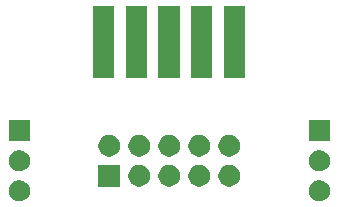
<source format=gts>
G04 #@! TF.GenerationSoftware,KiCad,Pcbnew,(5.1.5)-3*
G04 #@! TF.CreationDate,2020-12-10T23:53:19+01:00*
G04 #@! TF.ProjectId,SMS Adapter,534d5320-4164-4617-9074-65722e6b6963,rev?*
G04 #@! TF.SameCoordinates,Original*
G04 #@! TF.FileFunction,Soldermask,Top*
G04 #@! TF.FilePolarity,Negative*
%FSLAX46Y46*%
G04 Gerber Fmt 4.6, Leading zero omitted, Abs format (unit mm)*
G04 Created by KiCad (PCBNEW (5.1.5)-3) date 2020-12-10 23:53:19*
%MOMM*%
%LPD*%
G04 APERTURE LIST*
%ADD10C,0.100000*%
G04 APERTURE END LIST*
D10*
G36*
X155053512Y-89908927D02*
G01*
X155202812Y-89938624D01*
X155366784Y-90006544D01*
X155514354Y-90105147D01*
X155639853Y-90230646D01*
X155738456Y-90378216D01*
X155806376Y-90542188D01*
X155841000Y-90716259D01*
X155841000Y-90893741D01*
X155806376Y-91067812D01*
X155738456Y-91231784D01*
X155639853Y-91379354D01*
X155514354Y-91504853D01*
X155366784Y-91603456D01*
X155202812Y-91671376D01*
X155053512Y-91701073D01*
X155028742Y-91706000D01*
X154851258Y-91706000D01*
X154826488Y-91701073D01*
X154677188Y-91671376D01*
X154513216Y-91603456D01*
X154365646Y-91504853D01*
X154240147Y-91379354D01*
X154141544Y-91231784D01*
X154073624Y-91067812D01*
X154039000Y-90893741D01*
X154039000Y-90716259D01*
X154073624Y-90542188D01*
X154141544Y-90378216D01*
X154240147Y-90230646D01*
X154365646Y-90105147D01*
X154513216Y-90006544D01*
X154677188Y-89938624D01*
X154826488Y-89908927D01*
X154851258Y-89904000D01*
X155028742Y-89904000D01*
X155053512Y-89908927D01*
G37*
G36*
X129653512Y-89908927D02*
G01*
X129802812Y-89938624D01*
X129966784Y-90006544D01*
X130114354Y-90105147D01*
X130239853Y-90230646D01*
X130338456Y-90378216D01*
X130406376Y-90542188D01*
X130441000Y-90716259D01*
X130441000Y-90893741D01*
X130406376Y-91067812D01*
X130338456Y-91231784D01*
X130239853Y-91379354D01*
X130114354Y-91504853D01*
X129966784Y-91603456D01*
X129802812Y-91671376D01*
X129653512Y-91701073D01*
X129628742Y-91706000D01*
X129451258Y-91706000D01*
X129426488Y-91701073D01*
X129277188Y-91671376D01*
X129113216Y-91603456D01*
X128965646Y-91504853D01*
X128840147Y-91379354D01*
X128741544Y-91231784D01*
X128673624Y-91067812D01*
X128639000Y-90893741D01*
X128639000Y-90716259D01*
X128673624Y-90542188D01*
X128741544Y-90378216D01*
X128840147Y-90230646D01*
X128965646Y-90105147D01*
X129113216Y-90006544D01*
X129277188Y-89938624D01*
X129426488Y-89908927D01*
X129451258Y-89904000D01*
X129628742Y-89904000D01*
X129653512Y-89908927D01*
G37*
G36*
X139966778Y-88655547D02*
G01*
X140133224Y-88724491D01*
X140283022Y-88824583D01*
X140410417Y-88951978D01*
X140510509Y-89101776D01*
X140579453Y-89268222D01*
X140614600Y-89444918D01*
X140614600Y-89625082D01*
X140579453Y-89801778D01*
X140510509Y-89968224D01*
X140410417Y-90118022D01*
X140283022Y-90245417D01*
X140133224Y-90345509D01*
X139966778Y-90414453D01*
X139790082Y-90449600D01*
X139609918Y-90449600D01*
X139433222Y-90414453D01*
X139266776Y-90345509D01*
X139116978Y-90245417D01*
X138989583Y-90118022D01*
X138889491Y-89968224D01*
X138820547Y-89801778D01*
X138785400Y-89625082D01*
X138785400Y-89444918D01*
X138820547Y-89268222D01*
X138889491Y-89101776D01*
X138989583Y-88951978D01*
X139116978Y-88824583D01*
X139266776Y-88724491D01*
X139433222Y-88655547D01*
X139609918Y-88620400D01*
X139790082Y-88620400D01*
X139966778Y-88655547D01*
G37*
G36*
X147586778Y-88655547D02*
G01*
X147753224Y-88724491D01*
X147903022Y-88824583D01*
X148030417Y-88951978D01*
X148130509Y-89101776D01*
X148199453Y-89268222D01*
X148234600Y-89444918D01*
X148234600Y-89625082D01*
X148199453Y-89801778D01*
X148130509Y-89968224D01*
X148030417Y-90118022D01*
X147903022Y-90245417D01*
X147753224Y-90345509D01*
X147586778Y-90414453D01*
X147410082Y-90449600D01*
X147229918Y-90449600D01*
X147053222Y-90414453D01*
X146886776Y-90345509D01*
X146736978Y-90245417D01*
X146609583Y-90118022D01*
X146509491Y-89968224D01*
X146440547Y-89801778D01*
X146405400Y-89625082D01*
X146405400Y-89444918D01*
X146440547Y-89268222D01*
X146509491Y-89101776D01*
X146609583Y-88951978D01*
X146736978Y-88824583D01*
X146886776Y-88724491D01*
X147053222Y-88655547D01*
X147229918Y-88620400D01*
X147410082Y-88620400D01*
X147586778Y-88655547D01*
G37*
G36*
X145046778Y-88655547D02*
G01*
X145213224Y-88724491D01*
X145363022Y-88824583D01*
X145490417Y-88951978D01*
X145590509Y-89101776D01*
X145659453Y-89268222D01*
X145694600Y-89444918D01*
X145694600Y-89625082D01*
X145659453Y-89801778D01*
X145590509Y-89968224D01*
X145490417Y-90118022D01*
X145363022Y-90245417D01*
X145213224Y-90345509D01*
X145046778Y-90414453D01*
X144870082Y-90449600D01*
X144689918Y-90449600D01*
X144513222Y-90414453D01*
X144346776Y-90345509D01*
X144196978Y-90245417D01*
X144069583Y-90118022D01*
X143969491Y-89968224D01*
X143900547Y-89801778D01*
X143865400Y-89625082D01*
X143865400Y-89444918D01*
X143900547Y-89268222D01*
X143969491Y-89101776D01*
X144069583Y-88951978D01*
X144196978Y-88824583D01*
X144346776Y-88724491D01*
X144513222Y-88655547D01*
X144689918Y-88620400D01*
X144870082Y-88620400D01*
X145046778Y-88655547D01*
G37*
G36*
X142506778Y-88655547D02*
G01*
X142673224Y-88724491D01*
X142823022Y-88824583D01*
X142950417Y-88951978D01*
X143050509Y-89101776D01*
X143119453Y-89268222D01*
X143154600Y-89444918D01*
X143154600Y-89625082D01*
X143119453Y-89801778D01*
X143050509Y-89968224D01*
X142950417Y-90118022D01*
X142823022Y-90245417D01*
X142673224Y-90345509D01*
X142506778Y-90414453D01*
X142330082Y-90449600D01*
X142149918Y-90449600D01*
X141973222Y-90414453D01*
X141806776Y-90345509D01*
X141656978Y-90245417D01*
X141529583Y-90118022D01*
X141429491Y-89968224D01*
X141360547Y-89801778D01*
X141325400Y-89625082D01*
X141325400Y-89444918D01*
X141360547Y-89268222D01*
X141429491Y-89101776D01*
X141529583Y-88951978D01*
X141656978Y-88824583D01*
X141806776Y-88724491D01*
X141973222Y-88655547D01*
X142149918Y-88620400D01*
X142330082Y-88620400D01*
X142506778Y-88655547D01*
G37*
G36*
X138074600Y-90449600D02*
G01*
X136245400Y-90449600D01*
X136245400Y-88620400D01*
X138074600Y-88620400D01*
X138074600Y-90449600D01*
G37*
G36*
X129653512Y-87368927D02*
G01*
X129802812Y-87398624D01*
X129966784Y-87466544D01*
X130114354Y-87565147D01*
X130239853Y-87690646D01*
X130338456Y-87838216D01*
X130406376Y-88002188D01*
X130441000Y-88176259D01*
X130441000Y-88353741D01*
X130406376Y-88527812D01*
X130338456Y-88691784D01*
X130239853Y-88839354D01*
X130114354Y-88964853D01*
X129966784Y-89063456D01*
X129802812Y-89131376D01*
X129653512Y-89161073D01*
X129628742Y-89166000D01*
X129451258Y-89166000D01*
X129426488Y-89161073D01*
X129277188Y-89131376D01*
X129113216Y-89063456D01*
X128965646Y-88964853D01*
X128840147Y-88839354D01*
X128741544Y-88691784D01*
X128673624Y-88527812D01*
X128639000Y-88353741D01*
X128639000Y-88176259D01*
X128673624Y-88002188D01*
X128741544Y-87838216D01*
X128840147Y-87690646D01*
X128965646Y-87565147D01*
X129113216Y-87466544D01*
X129277188Y-87398624D01*
X129426488Y-87368927D01*
X129451258Y-87364000D01*
X129628742Y-87364000D01*
X129653512Y-87368927D01*
G37*
G36*
X155053512Y-87368927D02*
G01*
X155202812Y-87398624D01*
X155366784Y-87466544D01*
X155514354Y-87565147D01*
X155639853Y-87690646D01*
X155738456Y-87838216D01*
X155806376Y-88002188D01*
X155841000Y-88176259D01*
X155841000Y-88353741D01*
X155806376Y-88527812D01*
X155738456Y-88691784D01*
X155639853Y-88839354D01*
X155514354Y-88964853D01*
X155366784Y-89063456D01*
X155202812Y-89131376D01*
X155053512Y-89161073D01*
X155028742Y-89166000D01*
X154851258Y-89166000D01*
X154826488Y-89161073D01*
X154677188Y-89131376D01*
X154513216Y-89063456D01*
X154365646Y-88964853D01*
X154240147Y-88839354D01*
X154141544Y-88691784D01*
X154073624Y-88527812D01*
X154039000Y-88353741D01*
X154039000Y-88176259D01*
X154073624Y-88002188D01*
X154141544Y-87838216D01*
X154240147Y-87690646D01*
X154365646Y-87565147D01*
X154513216Y-87466544D01*
X154677188Y-87398624D01*
X154826488Y-87368927D01*
X154851258Y-87364000D01*
X155028742Y-87364000D01*
X155053512Y-87368927D01*
G37*
G36*
X139966778Y-86115547D02*
G01*
X140133224Y-86184491D01*
X140283022Y-86284583D01*
X140410417Y-86411978D01*
X140510509Y-86561776D01*
X140579453Y-86728222D01*
X140614600Y-86904918D01*
X140614600Y-87085082D01*
X140579453Y-87261778D01*
X140510509Y-87428224D01*
X140410417Y-87578022D01*
X140283022Y-87705417D01*
X140133224Y-87805509D01*
X139966778Y-87874453D01*
X139790082Y-87909600D01*
X139609918Y-87909600D01*
X139433222Y-87874453D01*
X139266776Y-87805509D01*
X139116978Y-87705417D01*
X138989583Y-87578022D01*
X138889491Y-87428224D01*
X138820547Y-87261778D01*
X138785400Y-87085082D01*
X138785400Y-86904918D01*
X138820547Y-86728222D01*
X138889491Y-86561776D01*
X138989583Y-86411978D01*
X139116978Y-86284583D01*
X139266776Y-86184491D01*
X139433222Y-86115547D01*
X139609918Y-86080400D01*
X139790082Y-86080400D01*
X139966778Y-86115547D01*
G37*
G36*
X147586778Y-86115547D02*
G01*
X147753224Y-86184491D01*
X147903022Y-86284583D01*
X148030417Y-86411978D01*
X148130509Y-86561776D01*
X148199453Y-86728222D01*
X148234600Y-86904918D01*
X148234600Y-87085082D01*
X148199453Y-87261778D01*
X148130509Y-87428224D01*
X148030417Y-87578022D01*
X147903022Y-87705417D01*
X147753224Y-87805509D01*
X147586778Y-87874453D01*
X147410082Y-87909600D01*
X147229918Y-87909600D01*
X147053222Y-87874453D01*
X146886776Y-87805509D01*
X146736978Y-87705417D01*
X146609583Y-87578022D01*
X146509491Y-87428224D01*
X146440547Y-87261778D01*
X146405400Y-87085082D01*
X146405400Y-86904918D01*
X146440547Y-86728222D01*
X146509491Y-86561776D01*
X146609583Y-86411978D01*
X146736978Y-86284583D01*
X146886776Y-86184491D01*
X147053222Y-86115547D01*
X147229918Y-86080400D01*
X147410082Y-86080400D01*
X147586778Y-86115547D01*
G37*
G36*
X145046778Y-86115547D02*
G01*
X145213224Y-86184491D01*
X145363022Y-86284583D01*
X145490417Y-86411978D01*
X145590509Y-86561776D01*
X145659453Y-86728222D01*
X145694600Y-86904918D01*
X145694600Y-87085082D01*
X145659453Y-87261778D01*
X145590509Y-87428224D01*
X145490417Y-87578022D01*
X145363022Y-87705417D01*
X145213224Y-87805509D01*
X145046778Y-87874453D01*
X144870082Y-87909600D01*
X144689918Y-87909600D01*
X144513222Y-87874453D01*
X144346776Y-87805509D01*
X144196978Y-87705417D01*
X144069583Y-87578022D01*
X143969491Y-87428224D01*
X143900547Y-87261778D01*
X143865400Y-87085082D01*
X143865400Y-86904918D01*
X143900547Y-86728222D01*
X143969491Y-86561776D01*
X144069583Y-86411978D01*
X144196978Y-86284583D01*
X144346776Y-86184491D01*
X144513222Y-86115547D01*
X144689918Y-86080400D01*
X144870082Y-86080400D01*
X145046778Y-86115547D01*
G37*
G36*
X142506778Y-86115547D02*
G01*
X142673224Y-86184491D01*
X142823022Y-86284583D01*
X142950417Y-86411978D01*
X143050509Y-86561776D01*
X143119453Y-86728222D01*
X143154600Y-86904918D01*
X143154600Y-87085082D01*
X143119453Y-87261778D01*
X143050509Y-87428224D01*
X142950417Y-87578022D01*
X142823022Y-87705417D01*
X142673224Y-87805509D01*
X142506778Y-87874453D01*
X142330082Y-87909600D01*
X142149918Y-87909600D01*
X141973222Y-87874453D01*
X141806776Y-87805509D01*
X141656978Y-87705417D01*
X141529583Y-87578022D01*
X141429491Y-87428224D01*
X141360547Y-87261778D01*
X141325400Y-87085082D01*
X141325400Y-86904918D01*
X141360547Y-86728222D01*
X141429491Y-86561776D01*
X141529583Y-86411978D01*
X141656978Y-86284583D01*
X141806776Y-86184491D01*
X141973222Y-86115547D01*
X142149918Y-86080400D01*
X142330082Y-86080400D01*
X142506778Y-86115547D01*
G37*
G36*
X137426778Y-86115547D02*
G01*
X137593224Y-86184491D01*
X137743022Y-86284583D01*
X137870417Y-86411978D01*
X137970509Y-86561776D01*
X138039453Y-86728222D01*
X138074600Y-86904918D01*
X138074600Y-87085082D01*
X138039453Y-87261778D01*
X137970509Y-87428224D01*
X137870417Y-87578022D01*
X137743022Y-87705417D01*
X137593224Y-87805509D01*
X137426778Y-87874453D01*
X137250082Y-87909600D01*
X137069918Y-87909600D01*
X136893222Y-87874453D01*
X136726776Y-87805509D01*
X136576978Y-87705417D01*
X136449583Y-87578022D01*
X136349491Y-87428224D01*
X136280547Y-87261778D01*
X136245400Y-87085082D01*
X136245400Y-86904918D01*
X136280547Y-86728222D01*
X136349491Y-86561776D01*
X136449583Y-86411978D01*
X136576978Y-86284583D01*
X136726776Y-86184491D01*
X136893222Y-86115547D01*
X137069918Y-86080400D01*
X137250082Y-86080400D01*
X137426778Y-86115547D01*
G37*
G36*
X130441000Y-86626000D02*
G01*
X128639000Y-86626000D01*
X128639000Y-84824000D01*
X130441000Y-84824000D01*
X130441000Y-86626000D01*
G37*
G36*
X155841000Y-86626000D02*
G01*
X154039000Y-86626000D01*
X154039000Y-84824000D01*
X155841000Y-84824000D01*
X155841000Y-86626000D01*
G37*
G36*
X137585500Y-81219500D02*
G01*
X135783500Y-81219500D01*
X135783500Y-75117500D01*
X137585500Y-75117500D01*
X137585500Y-81219500D01*
G37*
G36*
X140355500Y-81219500D02*
G01*
X138553500Y-81219500D01*
X138553500Y-75117500D01*
X140355500Y-75117500D01*
X140355500Y-81219500D01*
G37*
G36*
X143125500Y-81219500D02*
G01*
X141323500Y-81219500D01*
X141323500Y-75117500D01*
X143125500Y-75117500D01*
X143125500Y-81219500D01*
G37*
G36*
X145895500Y-81219500D02*
G01*
X144093500Y-81219500D01*
X144093500Y-75117500D01*
X145895500Y-75117500D01*
X145895500Y-81219500D01*
G37*
G36*
X148665500Y-81219500D02*
G01*
X146863500Y-81219500D01*
X146863500Y-75117500D01*
X148665500Y-75117500D01*
X148665500Y-81219500D01*
G37*
M02*

</source>
